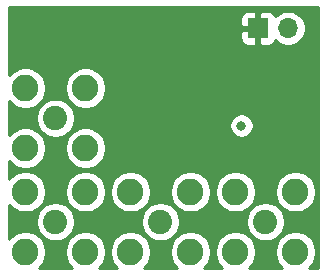
<source format=gbr>
%TF.GenerationSoftware,KiCad,Pcbnew,(5.1.6)-1*%
%TF.CreationDate,2020-09-06T17:04:42-07:00*%
%TF.ProjectId,frontendtest,66726f6e-7465-46e6-9474-6573742e6b69,rev?*%
%TF.SameCoordinates,Original*%
%TF.FileFunction,Copper,L2,Inr*%
%TF.FilePolarity,Positive*%
%FSLAX46Y46*%
G04 Gerber Fmt 4.6, Leading zero omitted, Abs format (unit mm)*
G04 Created by KiCad (PCBNEW (5.1.6)-1) date 2020-09-06 17:04:42*
%MOMM*%
%LPD*%
G01*
G04 APERTURE LIST*
%TA.AperFunction,ViaPad*%
%ADD10C,2.250000*%
%TD*%
%TA.AperFunction,ViaPad*%
%ADD11C,2.050000*%
%TD*%
%TA.AperFunction,ViaPad*%
%ADD12O,1.700000X1.700000*%
%TD*%
%TA.AperFunction,ViaPad*%
%ADD13R,1.700000X1.700000*%
%TD*%
%TA.AperFunction,ViaPad*%
%ADD14C,0.800000*%
%TD*%
%TA.AperFunction,Conductor*%
%ADD15C,0.250000*%
%TD*%
%TA.AperFunction,Conductor*%
%ADD16C,0.254000*%
%TD*%
G04 APERTURE END LIST*
D10*
%TO.N,GND*%
%TO.C,J5*%
X82550000Y-130048000D03*
X82550000Y-124968000D03*
X87630000Y-124968000D03*
X87630000Y-130048000D03*
D11*
%TO.N,Net-(1M1-Pad1)*%
X85090000Y-127508000D03*
%TD*%
D12*
%TO.N,GND*%
%TO.C,J2*%
X95885000Y-111125000D03*
D13*
%TO.N,+10V*%
X93345000Y-111125000D03*
%TD*%
D10*
%TO.N,GND*%
%TO.C,J4*%
X91440000Y-130048000D03*
X91440000Y-124968000D03*
X96520000Y-124968000D03*
X96520000Y-130048000D03*
D11*
%TO.N,Net-(100k1-Pad1)*%
X93980000Y-127508000D03*
%TD*%
D10*
%TO.N,GND*%
%TO.C,J3*%
X73660000Y-130048000D03*
X73660000Y-124968000D03*
X78740000Y-124968000D03*
X78740000Y-130048000D03*
D11*
%TO.N,Net-(J3-Pad1)*%
X76200000Y-127508000D03*
%TD*%
D10*
%TO.N,GND*%
%TO.C,J1*%
X73660000Y-121285000D03*
X73660000Y-116205000D03*
X78740000Y-116205000D03*
X78740000Y-121285000D03*
D11*
%TO.N,Net-(1M1-Pad2)*%
X76200000Y-118745000D03*
%TD*%
D14*
%TO.N,GND*%
X91948000Y-119380000D03*
%TO.N,+10V*%
X84328000Y-117856000D03*
X90932000Y-118364000D03*
%TD*%
D15*
%TO.N,+10V*%
X84328000Y-117856000D02*
X85852000Y-116332000D01*
%TD*%
D16*
%TO.N,+10V*%
G36*
X98400001Y-131420000D02*
G01*
X97634573Y-131420000D01*
X97641935Y-131415081D01*
X97887081Y-131169935D01*
X98079692Y-130881673D01*
X98212364Y-130561373D01*
X98280000Y-130221345D01*
X98280000Y-129874655D01*
X98212364Y-129534627D01*
X98079692Y-129214327D01*
X97887081Y-128926065D01*
X97641935Y-128680919D01*
X97353673Y-128488308D01*
X97033373Y-128355636D01*
X96693345Y-128288000D01*
X96346655Y-128288000D01*
X96006627Y-128355636D01*
X95686327Y-128488308D01*
X95398065Y-128680919D01*
X95152919Y-128926065D01*
X94960308Y-129214327D01*
X94827636Y-129534627D01*
X94760000Y-129874655D01*
X94760000Y-130221345D01*
X94827636Y-130561373D01*
X94960308Y-130881673D01*
X95152919Y-131169935D01*
X95398065Y-131415081D01*
X95405427Y-131420000D01*
X92554573Y-131420000D01*
X92561935Y-131415081D01*
X92807081Y-131169935D01*
X92999692Y-130881673D01*
X93132364Y-130561373D01*
X93200000Y-130221345D01*
X93200000Y-129874655D01*
X93132364Y-129534627D01*
X92999692Y-129214327D01*
X92807081Y-128926065D01*
X92561935Y-128680919D01*
X92273673Y-128488308D01*
X91953373Y-128355636D01*
X91613345Y-128288000D01*
X91266655Y-128288000D01*
X90926627Y-128355636D01*
X90606327Y-128488308D01*
X90318065Y-128680919D01*
X90072919Y-128926065D01*
X89880308Y-129214327D01*
X89747636Y-129534627D01*
X89680000Y-129874655D01*
X89680000Y-130221345D01*
X89747636Y-130561373D01*
X89880308Y-130881673D01*
X90072919Y-131169935D01*
X90318065Y-131415081D01*
X90325427Y-131420000D01*
X88744573Y-131420000D01*
X88751935Y-131415081D01*
X88997081Y-131169935D01*
X89189692Y-130881673D01*
X89322364Y-130561373D01*
X89390000Y-130221345D01*
X89390000Y-129874655D01*
X89322364Y-129534627D01*
X89189692Y-129214327D01*
X88997081Y-128926065D01*
X88751935Y-128680919D01*
X88463673Y-128488308D01*
X88143373Y-128355636D01*
X87803345Y-128288000D01*
X87456655Y-128288000D01*
X87116627Y-128355636D01*
X86796327Y-128488308D01*
X86508065Y-128680919D01*
X86262919Y-128926065D01*
X86070308Y-129214327D01*
X85937636Y-129534627D01*
X85870000Y-129874655D01*
X85870000Y-130221345D01*
X85937636Y-130561373D01*
X86070308Y-130881673D01*
X86262919Y-131169935D01*
X86508065Y-131415081D01*
X86515427Y-131420000D01*
X83664573Y-131420000D01*
X83671935Y-131415081D01*
X83917081Y-131169935D01*
X84109692Y-130881673D01*
X84242364Y-130561373D01*
X84310000Y-130221345D01*
X84310000Y-129874655D01*
X84242364Y-129534627D01*
X84109692Y-129214327D01*
X83917081Y-128926065D01*
X83671935Y-128680919D01*
X83383673Y-128488308D01*
X83063373Y-128355636D01*
X82723345Y-128288000D01*
X82376655Y-128288000D01*
X82036627Y-128355636D01*
X81716327Y-128488308D01*
X81428065Y-128680919D01*
X81182919Y-128926065D01*
X80990308Y-129214327D01*
X80857636Y-129534627D01*
X80790000Y-129874655D01*
X80790000Y-130221345D01*
X80857636Y-130561373D01*
X80990308Y-130881673D01*
X81182919Y-131169935D01*
X81428065Y-131415081D01*
X81435427Y-131420000D01*
X79854573Y-131420000D01*
X79861935Y-131415081D01*
X80107081Y-131169935D01*
X80299692Y-130881673D01*
X80432364Y-130561373D01*
X80500000Y-130221345D01*
X80500000Y-129874655D01*
X80432364Y-129534627D01*
X80299692Y-129214327D01*
X80107081Y-128926065D01*
X79861935Y-128680919D01*
X79573673Y-128488308D01*
X79253373Y-128355636D01*
X78913345Y-128288000D01*
X78566655Y-128288000D01*
X78226627Y-128355636D01*
X77906327Y-128488308D01*
X77618065Y-128680919D01*
X77372919Y-128926065D01*
X77180308Y-129214327D01*
X77047636Y-129534627D01*
X76980000Y-129874655D01*
X76980000Y-130221345D01*
X77047636Y-130561373D01*
X77180308Y-130881673D01*
X77372919Y-131169935D01*
X77618065Y-131415081D01*
X77625427Y-131420000D01*
X74774573Y-131420000D01*
X74781935Y-131415081D01*
X75027081Y-131169935D01*
X75219692Y-130881673D01*
X75352364Y-130561373D01*
X75420000Y-130221345D01*
X75420000Y-129874655D01*
X75352364Y-129534627D01*
X75219692Y-129214327D01*
X75027081Y-128926065D01*
X74781935Y-128680919D01*
X74493673Y-128488308D01*
X74173373Y-128355636D01*
X73833345Y-128288000D01*
X73486655Y-128288000D01*
X73146627Y-128355636D01*
X72826327Y-128488308D01*
X72538065Y-128680919D01*
X72292919Y-128926065D01*
X72288000Y-128933427D01*
X72288000Y-127344504D01*
X74540000Y-127344504D01*
X74540000Y-127671496D01*
X74603793Y-127992204D01*
X74728927Y-128294305D01*
X74910594Y-128566188D01*
X75141812Y-128797406D01*
X75413695Y-128979073D01*
X75715796Y-129104207D01*
X76036504Y-129168000D01*
X76363496Y-129168000D01*
X76684204Y-129104207D01*
X76986305Y-128979073D01*
X77258188Y-128797406D01*
X77489406Y-128566188D01*
X77671073Y-128294305D01*
X77796207Y-127992204D01*
X77860000Y-127671496D01*
X77860000Y-127344504D01*
X83430000Y-127344504D01*
X83430000Y-127671496D01*
X83493793Y-127992204D01*
X83618927Y-128294305D01*
X83800594Y-128566188D01*
X84031812Y-128797406D01*
X84303695Y-128979073D01*
X84605796Y-129104207D01*
X84926504Y-129168000D01*
X85253496Y-129168000D01*
X85574204Y-129104207D01*
X85876305Y-128979073D01*
X86148188Y-128797406D01*
X86379406Y-128566188D01*
X86561073Y-128294305D01*
X86686207Y-127992204D01*
X86750000Y-127671496D01*
X86750000Y-127344504D01*
X92320000Y-127344504D01*
X92320000Y-127671496D01*
X92383793Y-127992204D01*
X92508927Y-128294305D01*
X92690594Y-128566188D01*
X92921812Y-128797406D01*
X93193695Y-128979073D01*
X93495796Y-129104207D01*
X93816504Y-129168000D01*
X94143496Y-129168000D01*
X94464204Y-129104207D01*
X94766305Y-128979073D01*
X95038188Y-128797406D01*
X95269406Y-128566188D01*
X95451073Y-128294305D01*
X95576207Y-127992204D01*
X95640000Y-127671496D01*
X95640000Y-127344504D01*
X95576207Y-127023796D01*
X95451073Y-126721695D01*
X95269406Y-126449812D01*
X95038188Y-126218594D01*
X94766305Y-126036927D01*
X94464204Y-125911793D01*
X94143496Y-125848000D01*
X93816504Y-125848000D01*
X93495796Y-125911793D01*
X93193695Y-126036927D01*
X92921812Y-126218594D01*
X92690594Y-126449812D01*
X92508927Y-126721695D01*
X92383793Y-127023796D01*
X92320000Y-127344504D01*
X86750000Y-127344504D01*
X86686207Y-127023796D01*
X86561073Y-126721695D01*
X86379406Y-126449812D01*
X86148188Y-126218594D01*
X85876305Y-126036927D01*
X85574204Y-125911793D01*
X85253496Y-125848000D01*
X84926504Y-125848000D01*
X84605796Y-125911793D01*
X84303695Y-126036927D01*
X84031812Y-126218594D01*
X83800594Y-126449812D01*
X83618927Y-126721695D01*
X83493793Y-127023796D01*
X83430000Y-127344504D01*
X77860000Y-127344504D01*
X77796207Y-127023796D01*
X77671073Y-126721695D01*
X77489406Y-126449812D01*
X77258188Y-126218594D01*
X76986305Y-126036927D01*
X76684204Y-125911793D01*
X76363496Y-125848000D01*
X76036504Y-125848000D01*
X75715796Y-125911793D01*
X75413695Y-126036927D01*
X75141812Y-126218594D01*
X74910594Y-126449812D01*
X74728927Y-126721695D01*
X74603793Y-127023796D01*
X74540000Y-127344504D01*
X72288000Y-127344504D01*
X72288000Y-126082573D01*
X72292919Y-126089935D01*
X72538065Y-126335081D01*
X72826327Y-126527692D01*
X73146627Y-126660364D01*
X73486655Y-126728000D01*
X73833345Y-126728000D01*
X74173373Y-126660364D01*
X74493673Y-126527692D01*
X74781935Y-126335081D01*
X75027081Y-126089935D01*
X75219692Y-125801673D01*
X75352364Y-125481373D01*
X75420000Y-125141345D01*
X75420000Y-124794655D01*
X76980000Y-124794655D01*
X76980000Y-125141345D01*
X77047636Y-125481373D01*
X77180308Y-125801673D01*
X77372919Y-126089935D01*
X77618065Y-126335081D01*
X77906327Y-126527692D01*
X78226627Y-126660364D01*
X78566655Y-126728000D01*
X78913345Y-126728000D01*
X79253373Y-126660364D01*
X79573673Y-126527692D01*
X79861935Y-126335081D01*
X80107081Y-126089935D01*
X80299692Y-125801673D01*
X80432364Y-125481373D01*
X80500000Y-125141345D01*
X80500000Y-124794655D01*
X80790000Y-124794655D01*
X80790000Y-125141345D01*
X80857636Y-125481373D01*
X80990308Y-125801673D01*
X81182919Y-126089935D01*
X81428065Y-126335081D01*
X81716327Y-126527692D01*
X82036627Y-126660364D01*
X82376655Y-126728000D01*
X82723345Y-126728000D01*
X83063373Y-126660364D01*
X83383673Y-126527692D01*
X83671935Y-126335081D01*
X83917081Y-126089935D01*
X84109692Y-125801673D01*
X84242364Y-125481373D01*
X84310000Y-125141345D01*
X84310000Y-124794655D01*
X85870000Y-124794655D01*
X85870000Y-125141345D01*
X85937636Y-125481373D01*
X86070308Y-125801673D01*
X86262919Y-126089935D01*
X86508065Y-126335081D01*
X86796327Y-126527692D01*
X87116627Y-126660364D01*
X87456655Y-126728000D01*
X87803345Y-126728000D01*
X88143373Y-126660364D01*
X88463673Y-126527692D01*
X88751935Y-126335081D01*
X88997081Y-126089935D01*
X89189692Y-125801673D01*
X89322364Y-125481373D01*
X89390000Y-125141345D01*
X89390000Y-124794655D01*
X89680000Y-124794655D01*
X89680000Y-125141345D01*
X89747636Y-125481373D01*
X89880308Y-125801673D01*
X90072919Y-126089935D01*
X90318065Y-126335081D01*
X90606327Y-126527692D01*
X90926627Y-126660364D01*
X91266655Y-126728000D01*
X91613345Y-126728000D01*
X91953373Y-126660364D01*
X92273673Y-126527692D01*
X92561935Y-126335081D01*
X92807081Y-126089935D01*
X92999692Y-125801673D01*
X93132364Y-125481373D01*
X93200000Y-125141345D01*
X93200000Y-124794655D01*
X94760000Y-124794655D01*
X94760000Y-125141345D01*
X94827636Y-125481373D01*
X94960308Y-125801673D01*
X95152919Y-126089935D01*
X95398065Y-126335081D01*
X95686327Y-126527692D01*
X96006627Y-126660364D01*
X96346655Y-126728000D01*
X96693345Y-126728000D01*
X97033373Y-126660364D01*
X97353673Y-126527692D01*
X97641935Y-126335081D01*
X97887081Y-126089935D01*
X98079692Y-125801673D01*
X98212364Y-125481373D01*
X98280000Y-125141345D01*
X98280000Y-124794655D01*
X98212364Y-124454627D01*
X98079692Y-124134327D01*
X97887081Y-123846065D01*
X97641935Y-123600919D01*
X97353673Y-123408308D01*
X97033373Y-123275636D01*
X96693345Y-123208000D01*
X96346655Y-123208000D01*
X96006627Y-123275636D01*
X95686327Y-123408308D01*
X95398065Y-123600919D01*
X95152919Y-123846065D01*
X94960308Y-124134327D01*
X94827636Y-124454627D01*
X94760000Y-124794655D01*
X93200000Y-124794655D01*
X93132364Y-124454627D01*
X92999692Y-124134327D01*
X92807081Y-123846065D01*
X92561935Y-123600919D01*
X92273673Y-123408308D01*
X91953373Y-123275636D01*
X91613345Y-123208000D01*
X91266655Y-123208000D01*
X90926627Y-123275636D01*
X90606327Y-123408308D01*
X90318065Y-123600919D01*
X90072919Y-123846065D01*
X89880308Y-124134327D01*
X89747636Y-124454627D01*
X89680000Y-124794655D01*
X89390000Y-124794655D01*
X89322364Y-124454627D01*
X89189692Y-124134327D01*
X88997081Y-123846065D01*
X88751935Y-123600919D01*
X88463673Y-123408308D01*
X88143373Y-123275636D01*
X87803345Y-123208000D01*
X87456655Y-123208000D01*
X87116627Y-123275636D01*
X86796327Y-123408308D01*
X86508065Y-123600919D01*
X86262919Y-123846065D01*
X86070308Y-124134327D01*
X85937636Y-124454627D01*
X85870000Y-124794655D01*
X84310000Y-124794655D01*
X84242364Y-124454627D01*
X84109692Y-124134327D01*
X83917081Y-123846065D01*
X83671935Y-123600919D01*
X83383673Y-123408308D01*
X83063373Y-123275636D01*
X82723345Y-123208000D01*
X82376655Y-123208000D01*
X82036627Y-123275636D01*
X81716327Y-123408308D01*
X81428065Y-123600919D01*
X81182919Y-123846065D01*
X80990308Y-124134327D01*
X80857636Y-124454627D01*
X80790000Y-124794655D01*
X80500000Y-124794655D01*
X80432364Y-124454627D01*
X80299692Y-124134327D01*
X80107081Y-123846065D01*
X79861935Y-123600919D01*
X79573673Y-123408308D01*
X79253373Y-123275636D01*
X78913345Y-123208000D01*
X78566655Y-123208000D01*
X78226627Y-123275636D01*
X77906327Y-123408308D01*
X77618065Y-123600919D01*
X77372919Y-123846065D01*
X77180308Y-124134327D01*
X77047636Y-124454627D01*
X76980000Y-124794655D01*
X75420000Y-124794655D01*
X75352364Y-124454627D01*
X75219692Y-124134327D01*
X75027081Y-123846065D01*
X74781935Y-123600919D01*
X74493673Y-123408308D01*
X74173373Y-123275636D01*
X73833345Y-123208000D01*
X73486655Y-123208000D01*
X73146627Y-123275636D01*
X72826327Y-123408308D01*
X72538065Y-123600919D01*
X72292919Y-123846065D01*
X72288000Y-123853427D01*
X72288000Y-122399573D01*
X72292919Y-122406935D01*
X72538065Y-122652081D01*
X72826327Y-122844692D01*
X73146627Y-122977364D01*
X73486655Y-123045000D01*
X73833345Y-123045000D01*
X74173373Y-122977364D01*
X74493673Y-122844692D01*
X74781935Y-122652081D01*
X75027081Y-122406935D01*
X75219692Y-122118673D01*
X75352364Y-121798373D01*
X75420000Y-121458345D01*
X75420000Y-121111655D01*
X76980000Y-121111655D01*
X76980000Y-121458345D01*
X77047636Y-121798373D01*
X77180308Y-122118673D01*
X77372919Y-122406935D01*
X77618065Y-122652081D01*
X77906327Y-122844692D01*
X78226627Y-122977364D01*
X78566655Y-123045000D01*
X78913345Y-123045000D01*
X79253373Y-122977364D01*
X79573673Y-122844692D01*
X79861935Y-122652081D01*
X80107081Y-122406935D01*
X80299692Y-122118673D01*
X80432364Y-121798373D01*
X80500000Y-121458345D01*
X80500000Y-121111655D01*
X80432364Y-120771627D01*
X80299692Y-120451327D01*
X80107081Y-120163065D01*
X79861935Y-119917919D01*
X79573673Y-119725308D01*
X79253373Y-119592636D01*
X78913345Y-119525000D01*
X78566655Y-119525000D01*
X78226627Y-119592636D01*
X77906327Y-119725308D01*
X77618065Y-119917919D01*
X77372919Y-120163065D01*
X77180308Y-120451327D01*
X77047636Y-120771627D01*
X76980000Y-121111655D01*
X75420000Y-121111655D01*
X75352364Y-120771627D01*
X75219692Y-120451327D01*
X75027081Y-120163065D01*
X74781935Y-119917919D01*
X74493673Y-119725308D01*
X74173373Y-119592636D01*
X73833345Y-119525000D01*
X73486655Y-119525000D01*
X73146627Y-119592636D01*
X72826327Y-119725308D01*
X72538065Y-119917919D01*
X72292919Y-120163065D01*
X72288000Y-120170427D01*
X72288000Y-118581504D01*
X74540000Y-118581504D01*
X74540000Y-118908496D01*
X74603793Y-119229204D01*
X74728927Y-119531305D01*
X74910594Y-119803188D01*
X75141812Y-120034406D01*
X75413695Y-120216073D01*
X75715796Y-120341207D01*
X76036504Y-120405000D01*
X76363496Y-120405000D01*
X76684204Y-120341207D01*
X76986305Y-120216073D01*
X77258188Y-120034406D01*
X77489406Y-119803188D01*
X77671073Y-119531305D01*
X77775969Y-119278061D01*
X90913000Y-119278061D01*
X90913000Y-119481939D01*
X90952774Y-119681898D01*
X91030795Y-119870256D01*
X91144063Y-120039774D01*
X91288226Y-120183937D01*
X91457744Y-120297205D01*
X91646102Y-120375226D01*
X91846061Y-120415000D01*
X92049939Y-120415000D01*
X92249898Y-120375226D01*
X92438256Y-120297205D01*
X92607774Y-120183937D01*
X92751937Y-120039774D01*
X92865205Y-119870256D01*
X92943226Y-119681898D01*
X92983000Y-119481939D01*
X92983000Y-119278061D01*
X92943226Y-119078102D01*
X92865205Y-118889744D01*
X92751937Y-118720226D01*
X92607774Y-118576063D01*
X92438256Y-118462795D01*
X92249898Y-118384774D01*
X92049939Y-118345000D01*
X91846061Y-118345000D01*
X91646102Y-118384774D01*
X91457744Y-118462795D01*
X91288226Y-118576063D01*
X91144063Y-118720226D01*
X91030795Y-118889744D01*
X90952774Y-119078102D01*
X90913000Y-119278061D01*
X77775969Y-119278061D01*
X77796207Y-119229204D01*
X77860000Y-118908496D01*
X77860000Y-118581504D01*
X77796207Y-118260796D01*
X77671073Y-117958695D01*
X77489406Y-117686812D01*
X77258188Y-117455594D01*
X76986305Y-117273927D01*
X76684204Y-117148793D01*
X76363496Y-117085000D01*
X76036504Y-117085000D01*
X75715796Y-117148793D01*
X75413695Y-117273927D01*
X75141812Y-117455594D01*
X74910594Y-117686812D01*
X74728927Y-117958695D01*
X74603793Y-118260796D01*
X74540000Y-118581504D01*
X72288000Y-118581504D01*
X72288000Y-117319573D01*
X72292919Y-117326935D01*
X72538065Y-117572081D01*
X72826327Y-117764692D01*
X73146627Y-117897364D01*
X73486655Y-117965000D01*
X73833345Y-117965000D01*
X74173373Y-117897364D01*
X74493673Y-117764692D01*
X74781935Y-117572081D01*
X75027081Y-117326935D01*
X75219692Y-117038673D01*
X75352364Y-116718373D01*
X75420000Y-116378345D01*
X75420000Y-116031655D01*
X76980000Y-116031655D01*
X76980000Y-116378345D01*
X77047636Y-116718373D01*
X77180308Y-117038673D01*
X77372919Y-117326935D01*
X77618065Y-117572081D01*
X77906327Y-117764692D01*
X78226627Y-117897364D01*
X78566655Y-117965000D01*
X78913345Y-117965000D01*
X79253373Y-117897364D01*
X79573673Y-117764692D01*
X79861935Y-117572081D01*
X80107081Y-117326935D01*
X80299692Y-117038673D01*
X80432364Y-116718373D01*
X80500000Y-116378345D01*
X80500000Y-116031655D01*
X80432364Y-115691627D01*
X80299692Y-115371327D01*
X80107081Y-115083065D01*
X79861935Y-114837919D01*
X79573673Y-114645308D01*
X79253373Y-114512636D01*
X78913345Y-114445000D01*
X78566655Y-114445000D01*
X78226627Y-114512636D01*
X77906327Y-114645308D01*
X77618065Y-114837919D01*
X77372919Y-115083065D01*
X77180308Y-115371327D01*
X77047636Y-115691627D01*
X76980000Y-116031655D01*
X75420000Y-116031655D01*
X75352364Y-115691627D01*
X75219692Y-115371327D01*
X75027081Y-115083065D01*
X74781935Y-114837919D01*
X74493673Y-114645308D01*
X74173373Y-114512636D01*
X73833345Y-114445000D01*
X73486655Y-114445000D01*
X73146627Y-114512636D01*
X72826327Y-114645308D01*
X72538065Y-114837919D01*
X72292919Y-115083065D01*
X72288000Y-115090427D01*
X72288000Y-111975000D01*
X91856928Y-111975000D01*
X91869188Y-112099482D01*
X91905498Y-112219180D01*
X91964463Y-112329494D01*
X92043815Y-112426185D01*
X92140506Y-112505537D01*
X92250820Y-112564502D01*
X92370518Y-112600812D01*
X92495000Y-112613072D01*
X93059250Y-112610000D01*
X93218000Y-112451250D01*
X93218000Y-111252000D01*
X92018750Y-111252000D01*
X91860000Y-111410750D01*
X91856928Y-111975000D01*
X72288000Y-111975000D01*
X72288000Y-110275000D01*
X91856928Y-110275000D01*
X91860000Y-110839250D01*
X92018750Y-110998000D01*
X93218000Y-110998000D01*
X93218000Y-109798750D01*
X93472000Y-109798750D01*
X93472000Y-110998000D01*
X93492000Y-110998000D01*
X93492000Y-111252000D01*
X93472000Y-111252000D01*
X93472000Y-112451250D01*
X93630750Y-112610000D01*
X94195000Y-112613072D01*
X94319482Y-112600812D01*
X94439180Y-112564502D01*
X94549494Y-112505537D01*
X94646185Y-112426185D01*
X94725537Y-112329494D01*
X94784502Y-112219180D01*
X94806513Y-112146620D01*
X94938368Y-112278475D01*
X95181589Y-112440990D01*
X95451842Y-112552932D01*
X95738740Y-112610000D01*
X96031260Y-112610000D01*
X96318158Y-112552932D01*
X96588411Y-112440990D01*
X96831632Y-112278475D01*
X97038475Y-112071632D01*
X97200990Y-111828411D01*
X97312932Y-111558158D01*
X97370000Y-111271260D01*
X97370000Y-110978740D01*
X97312932Y-110691842D01*
X97200990Y-110421589D01*
X97038475Y-110178368D01*
X96831632Y-109971525D01*
X96588411Y-109809010D01*
X96318158Y-109697068D01*
X96031260Y-109640000D01*
X95738740Y-109640000D01*
X95451842Y-109697068D01*
X95181589Y-109809010D01*
X94938368Y-109971525D01*
X94806513Y-110103380D01*
X94784502Y-110030820D01*
X94725537Y-109920506D01*
X94646185Y-109823815D01*
X94549494Y-109744463D01*
X94439180Y-109685498D01*
X94319482Y-109649188D01*
X94195000Y-109636928D01*
X93630750Y-109640000D01*
X93472000Y-109798750D01*
X93218000Y-109798750D01*
X93059250Y-109640000D01*
X92495000Y-109636928D01*
X92370518Y-109649188D01*
X92250820Y-109685498D01*
X92140506Y-109744463D01*
X92043815Y-109823815D01*
X91964463Y-109920506D01*
X91905498Y-110030820D01*
X91869188Y-110150518D01*
X91856928Y-110275000D01*
X72288000Y-110275000D01*
X72288000Y-109372000D01*
X98400000Y-109372000D01*
X98400001Y-131420000D01*
G37*
X98400001Y-131420000D02*
X97634573Y-131420000D01*
X97641935Y-131415081D01*
X97887081Y-131169935D01*
X98079692Y-130881673D01*
X98212364Y-130561373D01*
X98280000Y-130221345D01*
X98280000Y-129874655D01*
X98212364Y-129534627D01*
X98079692Y-129214327D01*
X97887081Y-128926065D01*
X97641935Y-128680919D01*
X97353673Y-128488308D01*
X97033373Y-128355636D01*
X96693345Y-128288000D01*
X96346655Y-128288000D01*
X96006627Y-128355636D01*
X95686327Y-128488308D01*
X95398065Y-128680919D01*
X95152919Y-128926065D01*
X94960308Y-129214327D01*
X94827636Y-129534627D01*
X94760000Y-129874655D01*
X94760000Y-130221345D01*
X94827636Y-130561373D01*
X94960308Y-130881673D01*
X95152919Y-131169935D01*
X95398065Y-131415081D01*
X95405427Y-131420000D01*
X92554573Y-131420000D01*
X92561935Y-131415081D01*
X92807081Y-131169935D01*
X92999692Y-130881673D01*
X93132364Y-130561373D01*
X93200000Y-130221345D01*
X93200000Y-129874655D01*
X93132364Y-129534627D01*
X92999692Y-129214327D01*
X92807081Y-128926065D01*
X92561935Y-128680919D01*
X92273673Y-128488308D01*
X91953373Y-128355636D01*
X91613345Y-128288000D01*
X91266655Y-128288000D01*
X90926627Y-128355636D01*
X90606327Y-128488308D01*
X90318065Y-128680919D01*
X90072919Y-128926065D01*
X89880308Y-129214327D01*
X89747636Y-129534627D01*
X89680000Y-129874655D01*
X89680000Y-130221345D01*
X89747636Y-130561373D01*
X89880308Y-130881673D01*
X90072919Y-131169935D01*
X90318065Y-131415081D01*
X90325427Y-131420000D01*
X88744573Y-131420000D01*
X88751935Y-131415081D01*
X88997081Y-131169935D01*
X89189692Y-130881673D01*
X89322364Y-130561373D01*
X89390000Y-130221345D01*
X89390000Y-129874655D01*
X89322364Y-129534627D01*
X89189692Y-129214327D01*
X88997081Y-128926065D01*
X88751935Y-128680919D01*
X88463673Y-128488308D01*
X88143373Y-128355636D01*
X87803345Y-128288000D01*
X87456655Y-128288000D01*
X87116627Y-128355636D01*
X86796327Y-128488308D01*
X86508065Y-128680919D01*
X86262919Y-128926065D01*
X86070308Y-129214327D01*
X85937636Y-129534627D01*
X85870000Y-129874655D01*
X85870000Y-130221345D01*
X85937636Y-130561373D01*
X86070308Y-130881673D01*
X86262919Y-131169935D01*
X86508065Y-131415081D01*
X86515427Y-131420000D01*
X83664573Y-131420000D01*
X83671935Y-131415081D01*
X83917081Y-131169935D01*
X84109692Y-130881673D01*
X84242364Y-130561373D01*
X84310000Y-130221345D01*
X84310000Y-129874655D01*
X84242364Y-129534627D01*
X84109692Y-129214327D01*
X83917081Y-128926065D01*
X83671935Y-128680919D01*
X83383673Y-128488308D01*
X83063373Y-128355636D01*
X82723345Y-128288000D01*
X82376655Y-128288000D01*
X82036627Y-128355636D01*
X81716327Y-128488308D01*
X81428065Y-128680919D01*
X81182919Y-128926065D01*
X80990308Y-129214327D01*
X80857636Y-129534627D01*
X80790000Y-129874655D01*
X80790000Y-130221345D01*
X80857636Y-130561373D01*
X80990308Y-130881673D01*
X81182919Y-131169935D01*
X81428065Y-131415081D01*
X81435427Y-131420000D01*
X79854573Y-131420000D01*
X79861935Y-131415081D01*
X80107081Y-131169935D01*
X80299692Y-130881673D01*
X80432364Y-130561373D01*
X80500000Y-130221345D01*
X80500000Y-129874655D01*
X80432364Y-129534627D01*
X80299692Y-129214327D01*
X80107081Y-128926065D01*
X79861935Y-128680919D01*
X79573673Y-128488308D01*
X79253373Y-128355636D01*
X78913345Y-128288000D01*
X78566655Y-128288000D01*
X78226627Y-128355636D01*
X77906327Y-128488308D01*
X77618065Y-128680919D01*
X77372919Y-128926065D01*
X77180308Y-129214327D01*
X77047636Y-129534627D01*
X76980000Y-129874655D01*
X76980000Y-130221345D01*
X77047636Y-130561373D01*
X77180308Y-130881673D01*
X77372919Y-131169935D01*
X77618065Y-131415081D01*
X77625427Y-131420000D01*
X74774573Y-131420000D01*
X74781935Y-131415081D01*
X75027081Y-131169935D01*
X75219692Y-130881673D01*
X75352364Y-130561373D01*
X75420000Y-130221345D01*
X75420000Y-129874655D01*
X75352364Y-129534627D01*
X75219692Y-129214327D01*
X75027081Y-128926065D01*
X74781935Y-128680919D01*
X74493673Y-128488308D01*
X74173373Y-128355636D01*
X73833345Y-128288000D01*
X73486655Y-128288000D01*
X73146627Y-128355636D01*
X72826327Y-128488308D01*
X72538065Y-128680919D01*
X72292919Y-128926065D01*
X72288000Y-128933427D01*
X72288000Y-127344504D01*
X74540000Y-127344504D01*
X74540000Y-127671496D01*
X74603793Y-127992204D01*
X74728927Y-128294305D01*
X74910594Y-128566188D01*
X75141812Y-128797406D01*
X75413695Y-128979073D01*
X75715796Y-129104207D01*
X76036504Y-129168000D01*
X76363496Y-129168000D01*
X76684204Y-129104207D01*
X76986305Y-128979073D01*
X77258188Y-128797406D01*
X77489406Y-128566188D01*
X77671073Y-128294305D01*
X77796207Y-127992204D01*
X77860000Y-127671496D01*
X77860000Y-127344504D01*
X83430000Y-127344504D01*
X83430000Y-127671496D01*
X83493793Y-127992204D01*
X83618927Y-128294305D01*
X83800594Y-128566188D01*
X84031812Y-128797406D01*
X84303695Y-128979073D01*
X84605796Y-129104207D01*
X84926504Y-129168000D01*
X85253496Y-129168000D01*
X85574204Y-129104207D01*
X85876305Y-128979073D01*
X86148188Y-128797406D01*
X86379406Y-128566188D01*
X86561073Y-128294305D01*
X86686207Y-127992204D01*
X86750000Y-127671496D01*
X86750000Y-127344504D01*
X92320000Y-127344504D01*
X92320000Y-127671496D01*
X92383793Y-127992204D01*
X92508927Y-128294305D01*
X92690594Y-128566188D01*
X92921812Y-128797406D01*
X93193695Y-128979073D01*
X93495796Y-129104207D01*
X93816504Y-129168000D01*
X94143496Y-129168000D01*
X94464204Y-129104207D01*
X94766305Y-128979073D01*
X95038188Y-128797406D01*
X95269406Y-128566188D01*
X95451073Y-128294305D01*
X95576207Y-127992204D01*
X95640000Y-127671496D01*
X95640000Y-127344504D01*
X95576207Y-127023796D01*
X95451073Y-126721695D01*
X95269406Y-126449812D01*
X95038188Y-126218594D01*
X94766305Y-126036927D01*
X94464204Y-125911793D01*
X94143496Y-125848000D01*
X93816504Y-125848000D01*
X93495796Y-125911793D01*
X93193695Y-126036927D01*
X92921812Y-126218594D01*
X92690594Y-126449812D01*
X92508927Y-126721695D01*
X92383793Y-127023796D01*
X92320000Y-127344504D01*
X86750000Y-127344504D01*
X86686207Y-127023796D01*
X86561073Y-126721695D01*
X86379406Y-126449812D01*
X86148188Y-126218594D01*
X85876305Y-126036927D01*
X85574204Y-125911793D01*
X85253496Y-125848000D01*
X84926504Y-125848000D01*
X84605796Y-125911793D01*
X84303695Y-126036927D01*
X84031812Y-126218594D01*
X83800594Y-126449812D01*
X83618927Y-126721695D01*
X83493793Y-127023796D01*
X83430000Y-127344504D01*
X77860000Y-127344504D01*
X77796207Y-127023796D01*
X77671073Y-126721695D01*
X77489406Y-126449812D01*
X77258188Y-126218594D01*
X76986305Y-126036927D01*
X76684204Y-125911793D01*
X76363496Y-125848000D01*
X76036504Y-125848000D01*
X75715796Y-125911793D01*
X75413695Y-126036927D01*
X75141812Y-126218594D01*
X74910594Y-126449812D01*
X74728927Y-126721695D01*
X74603793Y-127023796D01*
X74540000Y-127344504D01*
X72288000Y-127344504D01*
X72288000Y-126082573D01*
X72292919Y-126089935D01*
X72538065Y-126335081D01*
X72826327Y-126527692D01*
X73146627Y-126660364D01*
X73486655Y-126728000D01*
X73833345Y-126728000D01*
X74173373Y-126660364D01*
X74493673Y-126527692D01*
X74781935Y-126335081D01*
X75027081Y-126089935D01*
X75219692Y-125801673D01*
X75352364Y-125481373D01*
X75420000Y-125141345D01*
X75420000Y-124794655D01*
X76980000Y-124794655D01*
X76980000Y-125141345D01*
X77047636Y-125481373D01*
X77180308Y-125801673D01*
X77372919Y-126089935D01*
X77618065Y-126335081D01*
X77906327Y-126527692D01*
X78226627Y-126660364D01*
X78566655Y-126728000D01*
X78913345Y-126728000D01*
X79253373Y-126660364D01*
X79573673Y-126527692D01*
X79861935Y-126335081D01*
X80107081Y-126089935D01*
X80299692Y-125801673D01*
X80432364Y-125481373D01*
X80500000Y-125141345D01*
X80500000Y-124794655D01*
X80790000Y-124794655D01*
X80790000Y-125141345D01*
X80857636Y-125481373D01*
X80990308Y-125801673D01*
X81182919Y-126089935D01*
X81428065Y-126335081D01*
X81716327Y-126527692D01*
X82036627Y-126660364D01*
X82376655Y-126728000D01*
X82723345Y-126728000D01*
X83063373Y-126660364D01*
X83383673Y-126527692D01*
X83671935Y-126335081D01*
X83917081Y-126089935D01*
X84109692Y-125801673D01*
X84242364Y-125481373D01*
X84310000Y-125141345D01*
X84310000Y-124794655D01*
X85870000Y-124794655D01*
X85870000Y-125141345D01*
X85937636Y-125481373D01*
X86070308Y-125801673D01*
X86262919Y-126089935D01*
X86508065Y-126335081D01*
X86796327Y-126527692D01*
X87116627Y-126660364D01*
X87456655Y-126728000D01*
X87803345Y-126728000D01*
X88143373Y-126660364D01*
X88463673Y-126527692D01*
X88751935Y-126335081D01*
X88997081Y-126089935D01*
X89189692Y-125801673D01*
X89322364Y-125481373D01*
X89390000Y-125141345D01*
X89390000Y-124794655D01*
X89680000Y-124794655D01*
X89680000Y-125141345D01*
X89747636Y-125481373D01*
X89880308Y-125801673D01*
X90072919Y-126089935D01*
X90318065Y-126335081D01*
X90606327Y-126527692D01*
X90926627Y-126660364D01*
X91266655Y-126728000D01*
X91613345Y-126728000D01*
X91953373Y-126660364D01*
X92273673Y-126527692D01*
X92561935Y-126335081D01*
X92807081Y-126089935D01*
X92999692Y-125801673D01*
X93132364Y-125481373D01*
X93200000Y-125141345D01*
X93200000Y-124794655D01*
X94760000Y-124794655D01*
X94760000Y-125141345D01*
X94827636Y-125481373D01*
X94960308Y-125801673D01*
X95152919Y-126089935D01*
X95398065Y-126335081D01*
X95686327Y-126527692D01*
X96006627Y-126660364D01*
X96346655Y-126728000D01*
X96693345Y-126728000D01*
X97033373Y-126660364D01*
X97353673Y-126527692D01*
X97641935Y-126335081D01*
X97887081Y-126089935D01*
X98079692Y-125801673D01*
X98212364Y-125481373D01*
X98280000Y-125141345D01*
X98280000Y-124794655D01*
X98212364Y-124454627D01*
X98079692Y-124134327D01*
X97887081Y-123846065D01*
X97641935Y-123600919D01*
X97353673Y-123408308D01*
X97033373Y-123275636D01*
X96693345Y-123208000D01*
X96346655Y-123208000D01*
X96006627Y-123275636D01*
X95686327Y-123408308D01*
X95398065Y-123600919D01*
X95152919Y-123846065D01*
X94960308Y-124134327D01*
X94827636Y-124454627D01*
X94760000Y-124794655D01*
X93200000Y-124794655D01*
X93132364Y-124454627D01*
X92999692Y-124134327D01*
X92807081Y-123846065D01*
X92561935Y-123600919D01*
X92273673Y-123408308D01*
X91953373Y-123275636D01*
X91613345Y-123208000D01*
X91266655Y-123208000D01*
X90926627Y-123275636D01*
X90606327Y-123408308D01*
X90318065Y-123600919D01*
X90072919Y-123846065D01*
X89880308Y-124134327D01*
X89747636Y-124454627D01*
X89680000Y-124794655D01*
X89390000Y-124794655D01*
X89322364Y-124454627D01*
X89189692Y-124134327D01*
X88997081Y-123846065D01*
X88751935Y-123600919D01*
X88463673Y-123408308D01*
X88143373Y-123275636D01*
X87803345Y-123208000D01*
X87456655Y-123208000D01*
X87116627Y-123275636D01*
X86796327Y-123408308D01*
X86508065Y-123600919D01*
X86262919Y-123846065D01*
X86070308Y-124134327D01*
X85937636Y-124454627D01*
X85870000Y-124794655D01*
X84310000Y-124794655D01*
X84242364Y-124454627D01*
X84109692Y-124134327D01*
X83917081Y-123846065D01*
X83671935Y-123600919D01*
X83383673Y-123408308D01*
X83063373Y-123275636D01*
X82723345Y-123208000D01*
X82376655Y-123208000D01*
X82036627Y-123275636D01*
X81716327Y-123408308D01*
X81428065Y-123600919D01*
X81182919Y-123846065D01*
X80990308Y-124134327D01*
X80857636Y-124454627D01*
X80790000Y-124794655D01*
X80500000Y-124794655D01*
X80432364Y-124454627D01*
X80299692Y-124134327D01*
X80107081Y-123846065D01*
X79861935Y-123600919D01*
X79573673Y-123408308D01*
X79253373Y-123275636D01*
X78913345Y-123208000D01*
X78566655Y-123208000D01*
X78226627Y-123275636D01*
X77906327Y-123408308D01*
X77618065Y-123600919D01*
X77372919Y-123846065D01*
X77180308Y-124134327D01*
X77047636Y-124454627D01*
X76980000Y-124794655D01*
X75420000Y-124794655D01*
X75352364Y-124454627D01*
X75219692Y-124134327D01*
X75027081Y-123846065D01*
X74781935Y-123600919D01*
X74493673Y-123408308D01*
X74173373Y-123275636D01*
X73833345Y-123208000D01*
X73486655Y-123208000D01*
X73146627Y-123275636D01*
X72826327Y-123408308D01*
X72538065Y-123600919D01*
X72292919Y-123846065D01*
X72288000Y-123853427D01*
X72288000Y-122399573D01*
X72292919Y-122406935D01*
X72538065Y-122652081D01*
X72826327Y-122844692D01*
X73146627Y-122977364D01*
X73486655Y-123045000D01*
X73833345Y-123045000D01*
X74173373Y-122977364D01*
X74493673Y-122844692D01*
X74781935Y-122652081D01*
X75027081Y-122406935D01*
X75219692Y-122118673D01*
X75352364Y-121798373D01*
X75420000Y-121458345D01*
X75420000Y-121111655D01*
X76980000Y-121111655D01*
X76980000Y-121458345D01*
X77047636Y-121798373D01*
X77180308Y-122118673D01*
X77372919Y-122406935D01*
X77618065Y-122652081D01*
X77906327Y-122844692D01*
X78226627Y-122977364D01*
X78566655Y-123045000D01*
X78913345Y-123045000D01*
X79253373Y-122977364D01*
X79573673Y-122844692D01*
X79861935Y-122652081D01*
X80107081Y-122406935D01*
X80299692Y-122118673D01*
X80432364Y-121798373D01*
X80500000Y-121458345D01*
X80500000Y-121111655D01*
X80432364Y-120771627D01*
X80299692Y-120451327D01*
X80107081Y-120163065D01*
X79861935Y-119917919D01*
X79573673Y-119725308D01*
X79253373Y-119592636D01*
X78913345Y-119525000D01*
X78566655Y-119525000D01*
X78226627Y-119592636D01*
X77906327Y-119725308D01*
X77618065Y-119917919D01*
X77372919Y-120163065D01*
X77180308Y-120451327D01*
X77047636Y-120771627D01*
X76980000Y-121111655D01*
X75420000Y-121111655D01*
X75352364Y-120771627D01*
X75219692Y-120451327D01*
X75027081Y-120163065D01*
X74781935Y-119917919D01*
X74493673Y-119725308D01*
X74173373Y-119592636D01*
X73833345Y-119525000D01*
X73486655Y-119525000D01*
X73146627Y-119592636D01*
X72826327Y-119725308D01*
X72538065Y-119917919D01*
X72292919Y-120163065D01*
X72288000Y-120170427D01*
X72288000Y-118581504D01*
X74540000Y-118581504D01*
X74540000Y-118908496D01*
X74603793Y-119229204D01*
X74728927Y-119531305D01*
X74910594Y-119803188D01*
X75141812Y-120034406D01*
X75413695Y-120216073D01*
X75715796Y-120341207D01*
X76036504Y-120405000D01*
X76363496Y-120405000D01*
X76684204Y-120341207D01*
X76986305Y-120216073D01*
X77258188Y-120034406D01*
X77489406Y-119803188D01*
X77671073Y-119531305D01*
X77775969Y-119278061D01*
X90913000Y-119278061D01*
X90913000Y-119481939D01*
X90952774Y-119681898D01*
X91030795Y-119870256D01*
X91144063Y-120039774D01*
X91288226Y-120183937D01*
X91457744Y-120297205D01*
X91646102Y-120375226D01*
X91846061Y-120415000D01*
X92049939Y-120415000D01*
X92249898Y-120375226D01*
X92438256Y-120297205D01*
X92607774Y-120183937D01*
X92751937Y-120039774D01*
X92865205Y-119870256D01*
X92943226Y-119681898D01*
X92983000Y-119481939D01*
X92983000Y-119278061D01*
X92943226Y-119078102D01*
X92865205Y-118889744D01*
X92751937Y-118720226D01*
X92607774Y-118576063D01*
X92438256Y-118462795D01*
X92249898Y-118384774D01*
X92049939Y-118345000D01*
X91846061Y-118345000D01*
X91646102Y-118384774D01*
X91457744Y-118462795D01*
X91288226Y-118576063D01*
X91144063Y-118720226D01*
X91030795Y-118889744D01*
X90952774Y-119078102D01*
X90913000Y-119278061D01*
X77775969Y-119278061D01*
X77796207Y-119229204D01*
X77860000Y-118908496D01*
X77860000Y-118581504D01*
X77796207Y-118260796D01*
X77671073Y-117958695D01*
X77489406Y-117686812D01*
X77258188Y-117455594D01*
X76986305Y-117273927D01*
X76684204Y-117148793D01*
X76363496Y-117085000D01*
X76036504Y-117085000D01*
X75715796Y-117148793D01*
X75413695Y-117273927D01*
X75141812Y-117455594D01*
X74910594Y-117686812D01*
X74728927Y-117958695D01*
X74603793Y-118260796D01*
X74540000Y-118581504D01*
X72288000Y-118581504D01*
X72288000Y-117319573D01*
X72292919Y-117326935D01*
X72538065Y-117572081D01*
X72826327Y-117764692D01*
X73146627Y-117897364D01*
X73486655Y-117965000D01*
X73833345Y-117965000D01*
X74173373Y-117897364D01*
X74493673Y-117764692D01*
X74781935Y-117572081D01*
X75027081Y-117326935D01*
X75219692Y-117038673D01*
X75352364Y-116718373D01*
X75420000Y-116378345D01*
X75420000Y-116031655D01*
X76980000Y-116031655D01*
X76980000Y-116378345D01*
X77047636Y-116718373D01*
X77180308Y-117038673D01*
X77372919Y-117326935D01*
X77618065Y-117572081D01*
X77906327Y-117764692D01*
X78226627Y-117897364D01*
X78566655Y-117965000D01*
X78913345Y-117965000D01*
X79253373Y-117897364D01*
X79573673Y-117764692D01*
X79861935Y-117572081D01*
X80107081Y-117326935D01*
X80299692Y-117038673D01*
X80432364Y-116718373D01*
X80500000Y-116378345D01*
X80500000Y-116031655D01*
X80432364Y-115691627D01*
X80299692Y-115371327D01*
X80107081Y-115083065D01*
X79861935Y-114837919D01*
X79573673Y-114645308D01*
X79253373Y-114512636D01*
X78913345Y-114445000D01*
X78566655Y-114445000D01*
X78226627Y-114512636D01*
X77906327Y-114645308D01*
X77618065Y-114837919D01*
X77372919Y-115083065D01*
X77180308Y-115371327D01*
X77047636Y-115691627D01*
X76980000Y-116031655D01*
X75420000Y-116031655D01*
X75352364Y-115691627D01*
X75219692Y-115371327D01*
X75027081Y-115083065D01*
X74781935Y-114837919D01*
X74493673Y-114645308D01*
X74173373Y-114512636D01*
X73833345Y-114445000D01*
X73486655Y-114445000D01*
X73146627Y-114512636D01*
X72826327Y-114645308D01*
X72538065Y-114837919D01*
X72292919Y-115083065D01*
X72288000Y-115090427D01*
X72288000Y-111975000D01*
X91856928Y-111975000D01*
X91869188Y-112099482D01*
X91905498Y-112219180D01*
X91964463Y-112329494D01*
X92043815Y-112426185D01*
X92140506Y-112505537D01*
X92250820Y-112564502D01*
X92370518Y-112600812D01*
X92495000Y-112613072D01*
X93059250Y-112610000D01*
X93218000Y-112451250D01*
X93218000Y-111252000D01*
X92018750Y-111252000D01*
X91860000Y-111410750D01*
X91856928Y-111975000D01*
X72288000Y-111975000D01*
X72288000Y-110275000D01*
X91856928Y-110275000D01*
X91860000Y-110839250D01*
X92018750Y-110998000D01*
X93218000Y-110998000D01*
X93218000Y-109798750D01*
X93472000Y-109798750D01*
X93472000Y-110998000D01*
X93492000Y-110998000D01*
X93492000Y-111252000D01*
X93472000Y-111252000D01*
X93472000Y-112451250D01*
X93630750Y-112610000D01*
X94195000Y-112613072D01*
X94319482Y-112600812D01*
X94439180Y-112564502D01*
X94549494Y-112505537D01*
X94646185Y-112426185D01*
X94725537Y-112329494D01*
X94784502Y-112219180D01*
X94806513Y-112146620D01*
X94938368Y-112278475D01*
X95181589Y-112440990D01*
X95451842Y-112552932D01*
X95738740Y-112610000D01*
X96031260Y-112610000D01*
X96318158Y-112552932D01*
X96588411Y-112440990D01*
X96831632Y-112278475D01*
X97038475Y-112071632D01*
X97200990Y-111828411D01*
X97312932Y-111558158D01*
X97370000Y-111271260D01*
X97370000Y-110978740D01*
X97312932Y-110691842D01*
X97200990Y-110421589D01*
X97038475Y-110178368D01*
X96831632Y-109971525D01*
X96588411Y-109809010D01*
X96318158Y-109697068D01*
X96031260Y-109640000D01*
X95738740Y-109640000D01*
X95451842Y-109697068D01*
X95181589Y-109809010D01*
X94938368Y-109971525D01*
X94806513Y-110103380D01*
X94784502Y-110030820D01*
X94725537Y-109920506D01*
X94646185Y-109823815D01*
X94549494Y-109744463D01*
X94439180Y-109685498D01*
X94319482Y-109649188D01*
X94195000Y-109636928D01*
X93630750Y-109640000D01*
X93472000Y-109798750D01*
X93218000Y-109798750D01*
X93059250Y-109640000D01*
X92495000Y-109636928D01*
X92370518Y-109649188D01*
X92250820Y-109685498D01*
X92140506Y-109744463D01*
X92043815Y-109823815D01*
X91964463Y-109920506D01*
X91905498Y-110030820D01*
X91869188Y-110150518D01*
X91856928Y-110275000D01*
X72288000Y-110275000D01*
X72288000Y-109372000D01*
X98400000Y-109372000D01*
X98400001Y-131420000D01*
%TD*%
M02*

</source>
